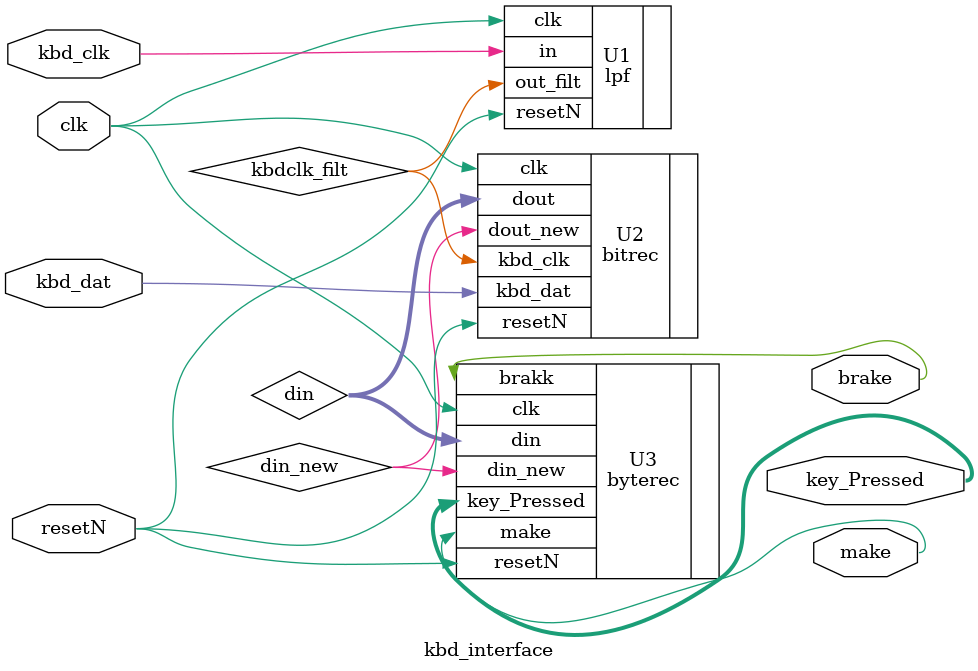
<source format=sv>

module kbd_interface 	
 ( 
   input	   logic  clk,
	input	   logic  resetN, 
	input	   logic  kbd_dat,
	input	   logic  kbd_clk,
   output  logic [8:0]	key_Pressed,	
   output  logic 	make,	
   output  logic 	brake	
	 
  ) ;

// internaal wires 
 logic [7:0]din  ; 
 logic din_new ; 
 logic kbdclk_filt ; 

// sub modules 
///intantiation

lpf #(.FILTER_SIZE (2))  
U1
 (
   .resetN(resetN),  
	.clk (clk),
	.in (kbd_clk),
	.out_filt(kbdclk_filt)
	) ; 
	

bitrec U2(
	.resetN(resetN),  
	.clk (clk),
	.kbd_dat(kbd_dat),
	.kbd_clk(kbdclk_filt),
	.dout_new (din_new), 	
	.dout (din) 
) ; 
	
	
	byterec U3(
	.resetN(resetN),  
	.clk (clk),
	.din  (din), 
	.din_new (din_new), 	
	.key_Pressed (key_Pressed), 
   .make(make),
   .brakk(brake)
) ; 
	

 
//always@(clk)
//begin
//	
//	key_Pressed = 9'b0_0000_0000 ; 	
//   make = 0 ;	
//   brake	 = 0 ; 
//
//	
//end

endmodule



</source>
